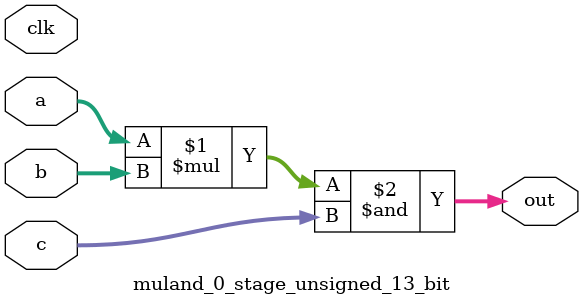
<source format=sv>
(* use_dsp = "yes" *) module muland_0_stage_unsigned_13_bit(
	input  [12:0] a,
	input  [12:0] b,
	input  [12:0] c,
	output [12:0] out,
	input clk);

	assign out = (a * b) & c;
endmodule

</source>
